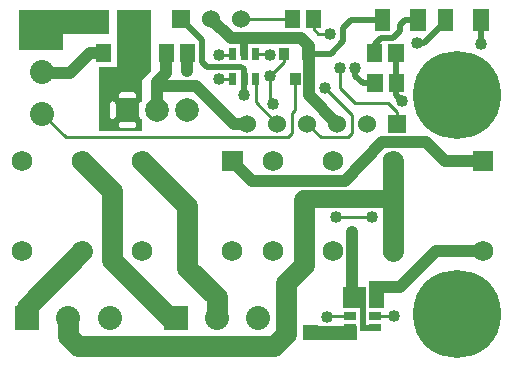
<source format=gbr>
G04 start of page 2 for group 0 idx 0 *
G04 Title: (unknown), component *
G04 Creator: pcb 20110918 *
G04 CreationDate: Tue 05 Feb 2013 02:58:17 AM GMT UTC *
G04 For: railfan *
G04 Format: Gerber/RS-274X *
G04 PCB-Dimensions: 170000 120000 *
G04 PCB-Coordinate-Origin: lower left *
%MOIN*%
%FSLAX25Y25*%
%LNTOP*%
%ADD29C,0.1285*%
%ADD28C,0.0450*%
%ADD27C,0.0472*%
%ADD26C,0.0380*%
%ADD25R,0.0360X0.0360*%
%ADD24R,0.0512X0.0512*%
%ADD23R,0.0240X0.0240*%
%ADD22R,0.0340X0.0340*%
%ADD21C,0.2937*%
%ADD20C,0.0680*%
%ADD19C,0.0800*%
%ADD18C,0.0787*%
%ADD17C,0.0250*%
%ADD16C,0.0700*%
%ADD15C,0.0600*%
%ADD14C,0.0400*%
%ADD13C,0.0100*%
%ADD12C,0.0200*%
%ADD11C,0.0001*%
G54D11*G36*
X122500Y18000D02*X115000D01*
Y25000D01*
X122500D01*
Y18000D01*
G37*
G36*
X101500Y7500D02*Y12000D01*
X119500D01*
Y7500D01*
X101500D01*
G37*
G36*
X120500Y20500D02*X122500D01*
Y10500D01*
X120500D01*
Y20500D01*
G37*
G36*
X7000Y117500D02*X37000D01*
Y109500D01*
X7000D01*
Y117500D01*
G37*
G36*
X21500D01*
Y104000D01*
X7000D01*
Y117500D01*
G37*
G36*
X39500D02*X51000D01*
Y97000D01*
X39500D01*
Y117500D01*
G37*
G36*
X48000Y77000D02*X43000D01*
Y78063D01*
X44937D01*
X45094Y78072D01*
X45247Y78109D01*
X45392Y78169D01*
X45527Y78251D01*
X45646Y78354D01*
X45749Y78473D01*
X45831Y78608D01*
X45891Y78753D01*
X45928Y78906D01*
X45940Y79063D01*
X45928Y79220D01*
X45891Y79373D01*
X45831Y79518D01*
X45749Y79653D01*
X45646Y79772D01*
X45527Y79875D01*
X45392Y79957D01*
X45247Y80017D01*
X45094Y80054D01*
X44937Y80063D01*
X43000D01*
Y87937D01*
X44937D01*
X45094Y87946D01*
X45247Y87983D01*
X45392Y88043D01*
X45527Y88125D01*
X45646Y88228D01*
X45749Y88347D01*
X45831Y88482D01*
X45891Y88627D01*
X45928Y88780D01*
X45940Y88937D01*
X45928Y89094D01*
X45891Y89247D01*
X45831Y89392D01*
X45749Y89527D01*
X45646Y89646D01*
X45527Y89749D01*
X45392Y89831D01*
X45247Y89891D01*
X45094Y89928D01*
X44937Y89937D01*
X43000D01*
Y98500D01*
X48000D01*
Y87203D01*
X47834Y86932D01*
X47780Y86928D01*
X47627Y86891D01*
X47482Y86831D01*
X47347Y86749D01*
X47228Y86646D01*
X47125Y86527D01*
X47043Y86392D01*
X46983Y86247D01*
X46946Y86094D01*
X46937Y85937D01*
Y82063D01*
X46946Y81906D01*
X46983Y81753D01*
X47043Y81608D01*
X47125Y81473D01*
X47228Y81354D01*
X47347Y81251D01*
X47482Y81169D01*
X47627Y81109D01*
X47780Y81072D01*
X47834Y81068D01*
X48000Y80797D01*
Y77000D01*
G37*
G36*
X43000D02*X38063D01*
Y81060D01*
X38220Y81072D01*
X38373Y81109D01*
X38518Y81169D01*
X38653Y81251D01*
X38772Y81354D01*
X38875Y81473D01*
X38957Y81608D01*
X39017Y81753D01*
X39054Y81906D01*
X39063Y82063D01*
Y85937D01*
X39054Y86094D01*
X39017Y86247D01*
X38957Y86392D01*
X38875Y86527D01*
X38772Y86646D01*
X38653Y86749D01*
X38518Y86831D01*
X38373Y86891D01*
X38220Y86928D01*
X38063Y86940D01*
Y98500D01*
X43000D01*
Y89937D01*
X41063D01*
X40906Y89928D01*
X40753Y89891D01*
X40608Y89831D01*
X40473Y89749D01*
X40354Y89646D01*
X40251Y89527D01*
X40169Y89392D01*
X40109Y89247D01*
X40072Y89094D01*
X40060Y88937D01*
X40072Y88780D01*
X40109Y88627D01*
X40169Y88482D01*
X40251Y88347D01*
X40354Y88228D01*
X40473Y88125D01*
X40608Y88043D01*
X40753Y87983D01*
X40906Y87946D01*
X41063Y87937D01*
X43000D01*
Y80063D01*
X41063D01*
X40906Y80054D01*
X40753Y80017D01*
X40608Y79957D01*
X40473Y79875D01*
X40354Y79772D01*
X40251Y79653D01*
X40169Y79518D01*
X40109Y79373D01*
X40072Y79220D01*
X40060Y79063D01*
X40072Y78906D01*
X40109Y78753D01*
X40169Y78608D01*
X40251Y78473D01*
X40354Y78354D01*
X40473Y78251D01*
X40608Y78169D01*
X40753Y78109D01*
X40906Y78072D01*
X41063Y78063D01*
X43000D01*
Y77000D01*
G37*
G36*
X38063D02*X33500D01*
Y98500D01*
X38063D01*
Y86940D01*
X37906Y86928D01*
X37753Y86891D01*
X37608Y86831D01*
X37473Y86749D01*
X37354Y86646D01*
X37251Y86527D01*
X37169Y86392D01*
X37109Y86247D01*
X37072Y86094D01*
X37063Y85937D01*
Y82063D01*
X37072Y81906D01*
X37109Y81753D01*
X37169Y81608D01*
X37251Y81473D01*
X37354Y81354D01*
X37473Y81251D01*
X37608Y81169D01*
X37753Y81109D01*
X37906Y81072D01*
X38063Y81060D01*
Y77000D01*
G37*
G36*
X51000Y97000D02*X47000Y93000D01*
Y98000D01*
X51000D01*
Y97000D01*
G37*
G36*
X101500Y12500D02*X106500D01*
Y7500D01*
X101500D01*
Y12500D01*
G37*
G36*
X123500Y18000D02*Y27000D01*
X128500D01*
Y18000D01*
X123500D01*
G37*
G54D12*X139500Y106500D02*X142000D01*
X149000Y113500D01*
X139862Y114000D02*X138500D01*
X160810D02*Y106190D01*
X161000Y106000D01*
X134000Y112500D02*X135500Y114000D01*
X139862D01*
X121500Y93000D02*X125500D01*
X119000Y98000D02*Y95500D01*
X121500Y93000D01*
G54D13*X114000Y98000D02*Y91500D01*
X119000Y86500D01*
X130000D02*X133000Y83500D01*
Y79500D01*
G54D14*X161500Y37000D02*X146000D01*
G54D13*X112500Y48500D02*X124500D01*
G54D15*X102000Y54500D02*X131000D01*
G54D13*X125600Y15500D02*X125500Y15400D01*
X132000Y15500D02*X125600D01*
G54D12*X125500Y11500D02*X121500D01*
G54D16*X131500Y67000D02*Y37000D01*
G54D14*X118000Y43500D02*Y21500D01*
X134000Y25000D02*X126000D01*
X146000Y37000D02*X134000Y25000D01*
X128000Y73500D02*X115500Y60500D01*
X142500Y73500D02*X128000D01*
X142500D02*X149000Y67000D01*
X161500D02*X149000D01*
G54D12*X133000Y102500D02*X132500Y103000D01*
X125414D02*Y105914D01*
X132500Y103000D02*Y93086D01*
X132586Y93000D01*
Y88914D01*
X134500Y87000D01*
G54D13*X119000Y86500D02*X130000D01*
G54D12*X117500Y114000D02*X128052D01*
X125414Y105914D02*X127500Y108000D01*
X131500D01*
X134000Y110500D01*
Y112500D01*
G54D13*X105043Y114500D02*Y110957D01*
X106500Y109500D01*
X90500Y87000D02*X91500Y86000D01*
G54D14*X113000Y79500D02*X103500Y89000D01*
G54D13*X99000Y94500D02*Y84000D01*
X98000Y83000D01*
Y76500D01*
X96500Y75000D01*
X107500D02*X103000Y79500D01*
X85800Y86700D02*X93000Y79500D01*
X109000Y91500D02*X118000Y82500D01*
Y76500D01*
X116500Y75000D01*
X107500D01*
G54D14*X115500Y60500D02*X84500D01*
X55914Y103000D02*Y96414D01*
X53000Y93500D01*
Y84000D01*
X66000Y92000D02*X53500D01*
X63000Y103000D02*Y97000D01*
G54D16*Y52000D02*X48000Y67000D01*
G54D14*X34957Y103000D02*X30500D01*
X24000Y96500D01*
X14838D01*
X14673Y96665D01*
G54D13*X96500Y75000D02*X22559D01*
X14673Y82886D01*
G54D16*X38000Y57000D02*X28000Y67000D01*
G54D12*X81900Y89100D02*X82000Y89000D01*
G54D13*X90500Y95500D02*Y87000D01*
G54D12*X81900Y97600D02*Y89100D01*
G54D14*X78500Y79500D02*X66000Y92000D01*
G54D12*X81900Y80600D02*X83000Y79500D01*
G54D14*X84500Y60500D02*X78000Y67000D01*
X83000Y79500D02*X78500D01*
G54D17*X81900Y102700D02*Y107900D01*
G54D12*X81000Y98500D02*X69500D01*
G54D13*X73500Y102500D02*X77800D01*
X78000Y102700D01*
G54D12*X81900Y97600D02*X81000Y98500D01*
G54D13*X73500Y94500D02*X78000D01*
G54D12*X69500Y98500D02*X68000Y100000D01*
Y107500D01*
X61000Y114500D01*
G54D14*X71000D02*X77500Y108000D01*
X103500Y105500D02*Y89000D01*
X101000Y108000D02*X103500Y105500D01*
G54D12*X102900Y102700D02*X110700D01*
X115000Y107000D01*
Y111500D01*
X117500Y114000D01*
G54D13*X106500Y109500D02*X110500D01*
G54D14*X77500Y108000D02*X101000D01*
G54D17*X81900Y107900D02*X82000Y108000D01*
G54D13*X81000Y114500D02*X97957D01*
X95100Y102700D02*Y100100D01*
X90500Y95500D01*
X85800Y102700D02*X90300D01*
X90500Y102500D01*
X94900D02*X95100Y102700D01*
X85800Y94500D02*Y86700D01*
G54D16*X63000Y31500D02*Y52000D01*
X57327Y14673D02*X38000Y34000D01*
X26500Y5500D02*X92000D01*
X59055Y14673D02*X57327D01*
X72835D02*Y21665D01*
X63000Y31500D01*
X23335Y14673D02*Y8665D01*
X26500Y5500D01*
X9555Y18555D02*X28000Y37000D01*
X9555Y14673D02*Y18555D01*
X38000Y34000D02*Y57000D01*
X96000Y26500D02*X102000Y32500D01*
Y54000D01*
X96000Y9500D02*Y26500D01*
G54D13*X109900Y15400D02*X109500Y15000D01*
X117300Y15400D02*X109900D01*
G54D16*X92000Y5500D02*X96000Y9500D01*
G54D11*G36*
X58000Y117500D02*Y111500D01*
X64000D01*
Y117500D01*
X58000D01*
G37*
G54D15*X71000Y114500D03*
X81000D03*
G54D11*G36*
X10673Y114445D02*Y106445D01*
X18673D01*
Y114445D01*
X10673D01*
G37*
G54D18*X63000Y84000D03*
X53000D03*
G54D11*G36*
X39063Y87937D02*Y80063D01*
X46937D01*
Y87937D01*
X39063D01*
G37*
G54D19*X14673Y96665D03*
Y82886D03*
G54D20*X48000Y67000D03*
X28000D03*
X8000D03*
G54D11*G36*
X55055Y18673D02*Y10673D01*
X63055D01*
Y18673D01*
X55055D01*
G37*
G54D19*X72835Y14673D03*
X86614D03*
G54D21*X153000Y16000D03*
G54D20*X91500Y37000D03*
X8000D03*
X28000D03*
X48000D03*
X78000D03*
X111500D03*
X131500D03*
X161500D03*
G54D11*G36*
X5555Y18673D02*Y10673D01*
X13555D01*
Y18673D01*
X5555D01*
G37*
G54D19*X23335Y14673D03*
X37114D03*
G54D21*X153000Y89000D03*
G54D11*G36*
X130000Y82500D02*Y76500D01*
X136000D01*
Y82500D01*
X130000D01*
G37*
G36*
X158100Y70400D02*Y63600D01*
X164900D01*
Y70400D01*
X158100D01*
G37*
G54D20*X131500Y67000D03*
G54D15*X123000Y79500D03*
X113000D03*
G54D20*X111500Y67000D03*
G54D15*X103000Y79500D03*
X93000D03*
X83000D03*
G54D20*X91500Y67000D03*
G54D11*G36*
X74600Y70400D02*Y63600D01*
X81400D01*
Y70400D01*
X74600D01*
G37*
G54D22*X102900Y103000D02*Y102400D01*
X95100Y103000D02*Y102400D01*
X99000Y94800D02*Y94200D01*
G54D23*X81900Y95300D02*Y93700D01*
X85800Y95300D02*Y93700D01*
Y103500D02*Y101900D01*
X81900Y103500D02*Y101900D01*
X78000Y103500D02*Y101900D01*
G54D24*X105043Y114893D02*Y114107D01*
X97957Y114893D02*Y114107D01*
X149000Y115181D02*Y112819D01*
X160810Y115181D02*Y112819D01*
X139862Y115181D02*Y112819D01*
X128052Y115181D02*Y112819D01*
X132586Y93393D02*Y92607D01*
X125500Y93393D02*Y92607D01*
X132500Y103393D02*Y102607D01*
X125414Y103393D02*Y102607D01*
X63000Y103393D02*Y102607D01*
X55914Y103393D02*Y102607D01*
G54D25*X47400Y114100D02*Y112900D01*
X34500Y114100D02*Y112900D01*
G54D24*X42043Y103393D02*Y102607D01*
X34957Y103393D02*Y102607D01*
G54D23*X78000Y95300D02*Y93700D01*
X124700Y11500D02*X126300D01*
X124700Y15400D02*X126300D01*
X124700Y19300D02*X126300D01*
X116500D02*X118100D01*
X116500Y15400D02*X118100D01*
X116500Y11500D02*X118100D01*
G54D14*X134500Y87000D03*
X124500Y48500D03*
X132000Y15500D03*
X104000Y10000D03*
X109500Y15000D03*
X112500Y48500D03*
X118000Y34500D03*
Y39000D03*
Y43500D03*
X73500Y94500D03*
Y102500D03*
X90500Y95500D03*
Y102500D03*
X63000Y97000D03*
X109000Y91500D03*
X139500Y106500D03*
X110500Y109500D03*
X119000Y98000D03*
X114000D03*
X161000Y106000D03*
X82000Y89000D03*
X91500Y86000D03*
G54D12*G54D26*G54D27*G54D28*G54D27*G54D26*G54D27*G54D29*G54D26*G54D27*G54D29*G54D26*M02*

</source>
